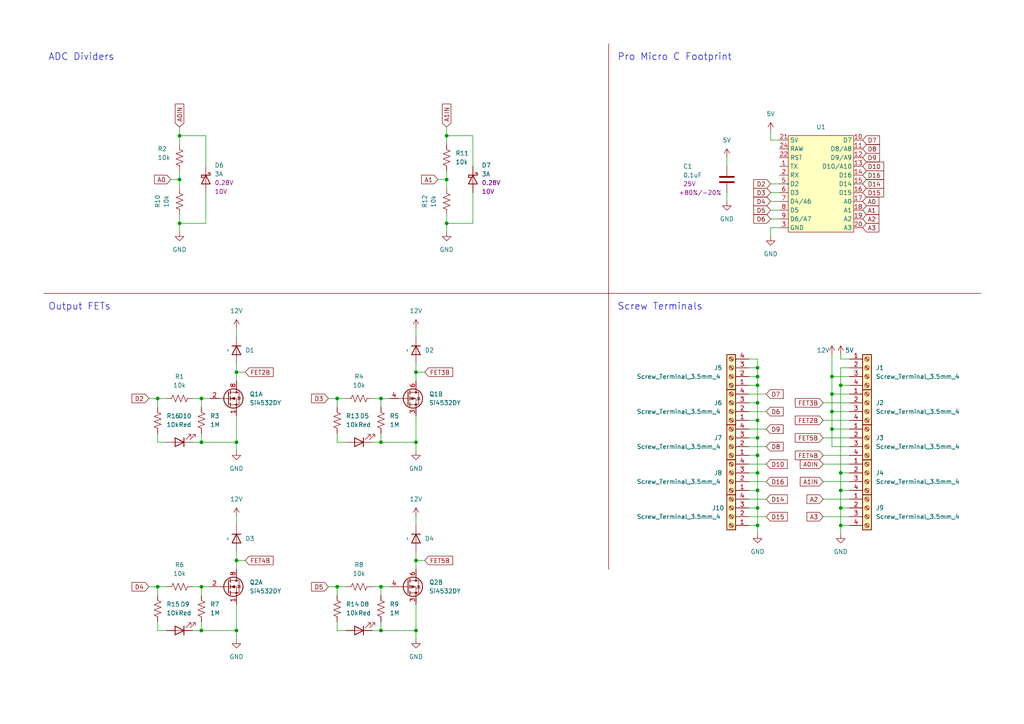
<source format=kicad_sch>
(kicad_sch (version 20230121) (generator eeschema)
  (paper "A4")
  (lib_symbols
    (symbol "SparkFun-Board:ProMicroC"
      (property "Reference" "U" (at 1.27 0 0))
      (symbol "ProMicroC_1_1"
        (rectangle (start 0 -1.27) (end 19.05 -29.21) (fill (type background)))
        (pin input line (at -2.54 -10.16 0) (length 2.54) (name "TX") (number "1"))
        (pin input line (at 21.59 -2.54 180) (length 2.54) (name "D7") (number "10"))
        (pin input line (at 21.59 -5.08 180) (length 2.54) (name "D8/A8") (number "11"))
        (pin input line (at 21.59 -7.62 180) (length 2.54) (name "D9/A9") (number "12"))
        (pin input line (at 21.59 -10.16 180) (length 2.54) (name "D10/A10") (number "13"))
        (pin input line (at 21.59 -12.7 180) (length 2.54) (name "D16") (number "14"))
        (pin input line (at 21.59 -15.24 180) (length 2.54) (name "D14") (number "15"))
        (pin input line (at 21.59 -17.78 180) (length 2.54) (name "D15") (number "16"))
        (pin input line (at 21.59 -20.32 180) (length 2.54) (name "A0") (number "17"))
        (pin input line (at 21.59 -22.86 180) (length 2.54) (name "A1") (number "18"))
        (pin input line (at 21.59 -25.4 180) (length 2.54) (name "A2") (number "19"))
        (pin input line (at -2.54 -12.7 0) (length 2.54) (name "RX") (number "2"))
        (pin input line (at 21.59 -27.94 180) (length 2.54) (name "A3") (number "20"))
        (pin input line (at -2.54 -2.54 0) (length 2.54) (name "5V") (number "21"))
        (pin input line (at -2.54 -7.62 0) (length 2.54) (name "RST") (number "22"))
        (pin input line (at -2.54 -27.94 0) (length 2.54) hide (name "GND") (number "23"))
        (pin input line (at -2.54 -5.08 0) (length 2.54) (name "RAW") (number "24"))
        (pin input line (at -2.54 -27.94 0) (length 2.54) (name "GND") (number "3"))
        (pin input line (at -2.54 -27.94 0) (length 2.54) hide (name "GND") (number "4"))
        (pin input line (at -2.54 -15.24 0) (length 2.54) (name "D2") (number "5"))
        (pin input line (at -2.54 -17.78 0) (length 2.54) (name "D3") (number "6"))
        (pin input line (at -2.54 -20.32 0) (length 2.54) (name "D4/A6") (number "7"))
        (pin input line (at -2.54 -22.86 0) (length 2.54) (name "D5") (number "8"))
        (pin input line (at -2.54 -25.4 0) (length 2.54) (name "D6/A7") (number "9"))
      )
    )
    (symbol "SparkFun-Capacitor:0.1uF_0603_25V_20%" (pin_numbers hide) (pin_names (offset 0.254))
      (property "Reference" "C" (at 0.635 2.54 0))
      (property "Value" "0.1uF" (at 0.635 -2.54 0))
      (property "Voltage" "25V" (at 0 -6.35 0))
      (property "Tolerance" "+80%/-20%" (at 0 -8.89 0))
      (symbol "0.1uF_0603_25V_20%_0_1"
        (polyline (pts (xy -2.032 -0.762) (xy 2.032 -0.762)) (stroke (width 0.508)))
        (polyline (pts (xy -2.032 0.762) (xy 2.032 0.762)) (stroke (width 0.508)))
      )
      (symbol "0.1uF_0603_25V_20%_1_1"
        (pin passive line (at 0 3.81 270) (length 2.794) (name "~") (number "1"))
        (pin passive line (at 0 -3.81 90) (length 2.794) (name "~") (number "2"))
      )
    )
    (symbol "SparkFun-Connector:Screw_Terminal_3.5mm_4" (pin_names (offset 1.016) hide)
      (property "Reference" "J" (at 0 5.08 0))
      (property "Value" "Screw_Terminal_3.5mm_4" (at 0 -7.62 0))
      (symbol "Screw_Terminal_3.5mm_4_1_1"
        (rectangle (start -1.27 3.81) (end 1.27 -6.35) (stroke (width 0.254)) (fill (type background)))
        (circle (center 0 -5.08) (radius 0.635) (stroke (width 0.1524)))
        (circle (center 0 -2.54) (radius 0.635) (stroke (width 0.1524)))
        (polyline (pts (xy -0.5334 -4.7498) (xy 0.3302 -5.588)) (stroke (width 0.1524)))
        (polyline (pts (xy -0.5334 -2.2098) (xy 0.3302 -3.048)) (stroke (width 0.1524)))
        (polyline (pts (xy -0.5334 0.3302) (xy 0.3302 -0.508)) (stroke (width 0.1524)))
        (polyline (pts (xy -0.5334 2.8702) (xy 0.3302 2.032)) (stroke (width 0.1524)))
        (polyline (pts (xy -0.3556 -4.572) (xy 0.508 -5.4102)) (stroke (width 0.1524)))
        (polyline (pts (xy -0.3556 -2.032) (xy 0.508 -2.8702)) (stroke (width 0.1524)))
        (polyline (pts (xy -0.3556 0.508) (xy 0.508 -0.3302)) (stroke (width 0.1524)))
        (polyline (pts (xy -0.3556 3.048) (xy 0.508 2.2098)) (stroke (width 0.1524)))
        (circle (center 0 0) (radius 0.635) (stroke (width 0.1524)))
        (circle (center 0 2.54) (radius 0.635) (stroke (width 0.1524)))
        (pin passive line (at -5.08 2.54 0) (length 3.81) (name "Pin_1") (number "1"))
        (pin passive line (at -5.08 0 0) (length 3.81) (name "Pin_2") (number "2"))
        (pin passive line (at -5.08 -2.54 0) (length 3.81) (name "Pin_3") (number "3"))
        (pin passive line (at -5.08 -5.08 0) (length 3.81) (name "Pin_4") (number "4"))
      )
    )
    (symbol "SparkFun-DiscreteSemi:D" (pin_numbers hide) (pin_names (offset 1.016) hide)
      (property "Reference" "D" (at 0 2.54 0))
      (symbol "D_0_1"
        (polyline (pts (xy -1.27 1.27) (xy -1.27 -1.27)) (stroke (width 0.254)))
        (polyline (pts (xy 1.27 0) (xy -1.27 0)))
        (polyline (pts (xy 1.27 1.27) (xy 1.27 -1.27) (xy -1.27 0) (xy 1.27 1.27)) (stroke (width 0.254)))
      )
      (symbol "D_1_1"
        (pin passive line (at 3.81 0 180) (length 2.54) (name "A") (number "A"))
        (pin passive line (at -3.81 0 0) (length 2.54) (name "C") (number "C"))
      )
    )
    (symbol "SparkFun-DiscreteSemi:D_Schottky_3A_10V_0.28V" (pin_numbers hide) (pin_names (offset 1.016) hide)
      (property "Reference" "D" (at 0 2.54 0))
      (property "Value" "3A" (at 0 -2.54 0))
      (property "VDrop" "0.28V" (at 0 -7.62 0))
      (property "VMax" "10V" (at 0 -5.08 0))
      (symbol "D_Schottky_3A_10V_0.28V_0_1"
        (polyline (pts (xy 1.27 0) (xy -1.27 0)))
        (polyline (pts (xy 1.27 1.27) (xy 1.27 -1.27) (xy -1.27 0) (xy 1.27 1.27)) (stroke (width 0.254)))
        (polyline (pts (xy -1.905 0.635) (xy -1.905 1.27) (xy -1.27 1.27) (xy -1.27 -1.27) (xy -0.635 -1.27) (xy -0.635 -0.635)) (stroke (width 0.254)))
      )
      (symbol "D_Schottky_3A_10V_0.28V_1_1"
        (pin passive line (at 3.81 0 180) (length 2.54) (name "A") (number "A"))
        (pin passive line (at -3.81 0 0) (length 2.54) (name "C") (number "C"))
      )
    )
    (symbol "SparkFun-LED:LED_Red_0603" (pin_numbers hide) (pin_names (offset 1.016) hide)
      (property "Reference" "D" (at 0 2.54 0))
      (property "Value" "Red" (at 0 -2.54 0))
      (symbol "LED_Red_0603_0_1"
        (polyline (pts (xy -1.27 -1.27) (xy -1.27 1.27)) (stroke (width 0.254)))
        (polyline (pts (xy -1.27 0) (xy 1.27 0)))
        (polyline (pts (xy 1.27 -1.27) (xy 1.27 1.27) (xy -1.27 0) (xy 1.27 -1.27)) (stroke (width 0.254)))
        (polyline (pts (xy -3.048 -0.762) (xy -4.572 -2.286) (xy -3.81 -2.286) (xy -4.572 -2.286) (xy -4.572 -1.524)))
        (polyline (pts (xy -1.778 -0.762) (xy -3.302 -2.286) (xy -2.54 -2.286) (xy -3.302 -2.286) (xy -3.302 -1.524)))
      )
      (symbol "LED_Red_0603_1_1"
        (pin passive line (at -3.81 0 0) (length 2.54) (name "K") (number "1"))
        (pin passive line (at 3.81 0 180) (length 2.54) (name "A") (number "2"))
      )
    )
    (symbol "SparkFun-PowerSymbol:12V" (power) (pin_names (offset 0))
      (property "Value" "12V" (at 0 3.556 0))
      (symbol "12V_0_1"
        (polyline (pts (xy -0.762 1.27) (xy 0 2.54)))
        (polyline (pts (xy 0 0) (xy 0 2.54)))
        (polyline (pts (xy 0 2.54) (xy 0.762 1.27)))
      )
      (symbol "12V_1_1"
        (pin power_in line (at 0 0 90) (length 0) hide (name "12V") (number "1"))
      )
    )
    (symbol "SparkFun-PowerSymbol:5V" (power) (pin_names (offset 0))
      (property "Value" "5V" (at 0 3.556 0))
      (symbol "5V_0_1"
        (polyline (pts (xy -0.762 1.27) (xy 0 2.54)))
        (polyline (pts (xy 0 0) (xy 0 2.54)))
        (polyline (pts (xy 0 2.54) (xy 0.762 1.27)))
      )
      (symbol "5V_1_1"
        (pin power_in line (at 0 0 90) (length 0) hide (name "5V") (number "1"))
      )
    )
    (symbol "SparkFun-PowerSymbol:GND" (power) (pin_names (offset 0))
      (property "Value" "GND" (at 0 -3.81 0))
      (symbol "GND_0_1"
        (polyline (pts (xy 0 0) (xy 0 -1.27) (xy 1.27 -1.27) (xy 0 -2.54) (xy -1.27 -1.27) (xy 0 -1.27)))
      )
      (symbol "GND_1_1"
        (pin power_in line (at 0 0 270) (length 0) hide (name "GND") (number "1"))
      )
    )
    (symbol "SparkFun-Resistor:10k_0603" (pin_numbers hide) (pin_names (offset 0))
      (property "Reference" "R" (at 2.54 0 90))
      (property "Value" "10k" (at -2.54 0 90))
      (symbol "10k_0603_0_1"
        (polyline (pts (xy 0 -2.286) (xy 0 -2.54)))
        (polyline (pts (xy 0 2.286) (xy 0 2.54)))
        (polyline (pts (xy 0 -0.762) (xy 1.016 -1.143) (xy 0 -1.524) (xy -1.016 -1.905) (xy 0 -2.286)))
        (polyline (pts (xy 0 0.762) (xy 1.016 0.381) (xy 0 0) (xy -1.016 -0.381) (xy 0 -0.762)))
        (polyline (pts (xy 0 2.286) (xy 1.016 1.905) (xy 0 1.524) (xy -1.016 1.143) (xy 0 0.762)))
      )
      (symbol "10k_0603_1_1"
        (pin passive line (at 0 3.81 270) (length 1.27) (name "~") (number "1"))
        (pin passive line (at 0 -3.81 90) (length 1.27) (name "~") (number "2"))
      )
    )
    (symbol "SparkFun-Resistor:1M_0603" (pin_numbers hide) (pin_names (offset 0))
      (property "Reference" "R" (at 0 -2.54 0))
      (property "Value" "1M" (at 0 2.54 0))
      (symbol "1M_0603_0_1"
        (polyline (pts (xy -2.286 0) (xy -2.54 0)))
        (polyline (pts (xy 2.286 0) (xy 2.54 0)))
        (polyline (pts (xy -0.762 0) (xy -1.143 -1.016) (xy -1.524 0) (xy -1.905 1.016) (xy -2.286 0)))
        (polyline (pts (xy 0.762 0) (xy 0.381 -1.016) (xy 0 0) (xy -0.381 1.016) (xy -0.762 0)))
        (polyline (pts (xy 2.286 0) (xy 1.905 -1.016) (xy 1.524 0) (xy 1.143 1.016) (xy 0.762 0)))
      )
      (symbol "1M_0603_1_1"
        (pin passive line (at 3.81 0 180) (length 1.27) (name "~") (number "1"))
        (pin passive line (at -3.81 0 0) (length 1.27) (name "~") (number "2"))
      )
    )
    (symbol "Transistor_FET:Si4532DY" (pin_names hide)
      (property "Reference" "Q" (at 5.08 1.905 0))
      (property "Value" "Si4532DY" (at 5.08 0 0))
      (symbol "Si4532DY_0_1"
        (polyline (pts (xy 0.254 0) (xy -2.54 0)))
        (polyline (pts (xy 0.254 1.905) (xy 0.254 -1.905)) (stroke (width 0.254)))
        (polyline (pts (xy 0.762 -1.27) (xy 0.762 -2.286)) (stroke (width 0.254)))
        (polyline (pts (xy 0.762 0.508) (xy 0.762 -0.508)) (stroke (width 0.254)))
        (polyline (pts (xy 0.762 2.286) (xy 0.762 1.27)) (stroke (width 0.254)))
        (polyline (pts (xy 2.54 2.54) (xy 2.54 1.778)))
        (polyline (pts (xy 2.54 -2.54) (xy 2.54 0) (xy 0.762 0)))
        (polyline (pts (xy 0.762 -1.778) (xy 3.302 -1.778) (xy 3.302 1.778) (xy 0.762 1.778)))
        (circle (center 1.651 0) (radius 2.794) (stroke (width 0.254)))
        (circle (center 2.54 -1.778) (radius 0.254) (fill (type outline)))
        (circle (center 2.54 1.778) (radius 0.254) (fill (type outline)))
      )
      (symbol "Si4532DY_1_1"
        (polyline (pts (xy 1.016 0) (xy 2.032 0.381) (xy 2.032 -0.381) (xy 1.016 0)) (fill (type outline)))
        (polyline (pts (xy 2.794 0.508) (xy 2.921 0.381) (xy 3.683 0.381) (xy 3.81 0.254)))
        (polyline (pts (xy 3.302 0.381) (xy 2.921 -0.254) (xy 3.683 -0.254) (xy 3.302 0.381)))
        (pin passive line (at 2.54 -5.08 90) (length 2.54) (name "S") (number "1"))
        (pin input line (at -5.08 0 0) (length 2.54) (name "G") (number "2"))
        (pin passive line (at 2.54 5.08 270) (length 2.54) hide (name "D") (number "7"))
        (pin passive line (at 2.54 5.08 270) (length 2.54) (name "D") (number "8"))
      )
      (symbol "Si4532DY_2_1"
        (polyline (pts (xy 2.286 0) (xy 1.27 0.381) (xy 1.27 -0.381) (xy 2.286 0)) (fill (type outline)))
        (polyline (pts (xy 2.794 -0.508) (xy 2.921 -0.381) (xy 3.683 -0.381) (xy 3.81 -0.254)))
        (polyline (pts (xy 3.302 -0.381) (xy 2.921 0.254) (xy 3.683 0.254) (xy 3.302 -0.381)))
        (pin passive line (at 2.54 -5.08 90) (length 2.54) (name "1") (number "3"))
        (pin input line (at -5.08 0 0) (length 2.54) (name "G") (number "4"))
        (pin passive line (at 2.54 5.08 270) (length 2.54) hide (name "D") (number "5"))
        (pin passive line (at 2.54 5.08 270) (length 2.54) (name "D") (number "6"))
      )
    )
  )
  (junction (at 110.49 115.57))
  (junction (at 219.71 111.76))
  (junction (at 219.71 132.08))
  (junction (at 219.71 147.32))
  (junction (at 97.79 170.18))
  (junction (at 219.71 116.84))
  (junction (at 120.65 182.88))
  (junction (at 219.71 127))
  (junction (at 110.49 128.27))
  (junction (at 120.65 107.95))
  (junction (at 52.07 64.77))
  (junction (at 58.42 170.18))
  (junction (at 97.79 115.57))
  (junction (at 68.58 162.56))
  (junction (at 58.42 128.27))
  (junction (at 243.84 137.16))
  (junction (at 110.49 182.88))
  (junction (at 129.54 52.07))
  (junction (at 219.71 109.22))
  (junction (at 68.58 128.27))
  (junction (at 120.65 162.56))
  (junction (at 219.71 152.4))
  (junction (at 241.3 119.38))
  (junction (at 219.71 142.24))
  (junction (at 241.3 114.3))
  (junction (at 45.72 115.57))
  (junction (at 219.71 106.68))
  (junction (at 219.71 137.16))
  (junction (at 52.07 52.07))
  (junction (at 243.84 152.4))
  (junction (at 243.84 142.24))
  (junction (at 241.3 124.46))
  (junction (at 120.65 128.27))
  (junction (at 52.07 39.37))
  (junction (at 241.3 109.22))
  (junction (at 243.84 111.76))
  (junction (at 219.71 121.92))
  (junction (at 45.72 170.18))
  (junction (at 58.42 115.57))
  (junction (at 68.58 107.95))
  (junction (at 243.84 147.32))
  (junction (at 68.58 182.88))
  (junction (at 58.42 182.88))
  (junction (at 129.54 39.37))
  (junction (at 110.49 170.18))
  (junction (at 129.54 64.77))
  (wire (pts (xy 110.49 182.88) (xy 110.49 180.34)))
  (wire (pts (xy 243.84 147.32) (xy 243.84 152.4)))
  (wire (pts (xy 52.07 64.77) (xy 59.69 64.77)))
  (wire (pts (xy 246.38 109.22) (xy 241.3 109.22)))
  (wire (pts (xy 107.95 115.57) (xy 110.49 115.57)))
  (wire (pts (xy 217.17 124.46) (xy 222.25 124.46)))
  (wire (pts (xy 45.72 170.18) (xy 45.72 172.72)))
  (wire (pts (xy 129.54 39.37) (xy 129.54 41.91)))
  (wire (pts (xy 223.52 40.64) (xy 226.06 40.64)))
  (wire (pts (xy 129.54 39.37) (xy 137.16 39.37)))
  (wire (pts (xy 219.71 121.92) (xy 219.71 127)))
  (wire (pts (xy 68.58 182.88) (xy 68.58 185.42)))
  (wire (pts (xy 110.49 115.57) (xy 110.49 118.11)))
  (wire (pts (xy 68.58 149.86) (xy 68.58 152.4)))
  (wire (pts (xy 68.58 182.88) (xy 58.42 182.88)))
  (wire (pts (xy 68.58 107.95) (xy 68.58 110.49)))
  (wire (pts (xy 45.72 170.18) (xy 48.26 170.18)))
  (wire (pts (xy 219.71 116.84) (xy 219.71 121.92)))
  (wire (pts (xy 97.79 125.73) (xy 97.79 128.27)))
  (wire (pts (xy 223.52 63.5) (xy 226.06 63.5)))
  (wire (pts (xy 219.71 142.24) (xy 219.71 147.32)))
  (wire (pts (xy 210.82 45.72) (xy 210.82 48.26)))
  (wire (pts (xy 219.71 109.22) (xy 219.71 111.76)))
  (wire (pts (xy 243.84 102.87) (xy 243.84 104.14)))
  (wire (pts (xy 241.3 102.87) (xy 241.3 109.22)))
  (wire (pts (xy 58.42 182.88) (xy 58.42 180.34)))
  (wire (pts (xy 45.72 182.88) (xy 48.26 182.88)))
  (wire (pts (xy 219.71 106.68) (xy 219.71 109.22)))
  (wire (pts (xy 68.58 160.02) (xy 68.58 162.56)))
  (wire (pts (xy 238.76 116.84) (xy 246.38 116.84)))
  (wire (pts (xy 52.07 39.37) (xy 52.07 41.91)))
  (wire (pts (xy 241.3 124.46) (xy 246.38 124.46)))
  (wire (pts (xy 97.79 180.34) (xy 97.79 182.88)))
  (wire (pts (xy 97.79 115.57) (xy 97.79 118.11)))
  (wire (pts (xy 219.71 127) (xy 219.71 132.08)))
  (wire (pts (xy 223.52 53.34) (xy 226.06 53.34)))
  (wire (pts (xy 58.42 115.57) (xy 58.42 118.11)))
  (wire (pts (xy 68.58 95.25) (xy 68.58 97.79)))
  (wire (pts (xy 55.88 170.18) (xy 58.42 170.18)))
  (wire (pts (xy 110.49 128.27) (xy 120.65 128.27)))
  (wire (pts (xy 107.95 170.18) (xy 110.49 170.18)))
  (wire (pts (xy 243.84 137.16) (xy 246.38 137.16)))
  (wire (pts (xy 241.3 129.54) (xy 246.38 129.54)))
  (wire (pts (xy 217.17 139.7) (xy 222.25 139.7)))
  (wire (pts (xy 68.58 162.56) (xy 71.12 162.56)))
  (wire (pts (xy 246.38 104.14) (xy 243.84 104.14)))
  (wire (pts (xy 243.84 106.68) (xy 243.84 111.76)))
  (wire (pts (xy 243.84 147.32) (xy 246.38 147.32)))
  (wire (pts (xy 243.84 111.76) (xy 243.84 137.16)))
  (wire (pts (xy 45.72 115.57) (xy 48.26 115.57)))
  (wire (pts (xy 43.18 115.57) (xy 45.72 115.57)))
  (wire (pts (xy 110.49 128.27) (xy 110.49 125.73)))
  (wire (pts (xy 219.71 137.16) (xy 219.71 142.24)))
  (wire (pts (xy 217.17 134.62) (xy 222.25 134.62)))
  (wire (pts (xy 129.54 64.77) (xy 129.54 67.31)))
  (wire (pts (xy 243.84 111.76) (xy 246.38 111.76)))
  (wire (pts (xy 238.76 139.7) (xy 246.38 139.7)))
  (wire (pts (xy 217.17 106.68) (xy 219.71 106.68)))
  (wire (pts (xy 113.03 115.57) (xy 110.49 115.57)))
  (wire (pts (xy 217.17 142.24) (xy 219.71 142.24)))
  (wire (pts (xy 120.65 162.56) (xy 120.65 165.1)))
  (wire (pts (xy 238.76 149.86) (xy 246.38 149.86)))
  (wire (pts (xy 129.54 49.53) (xy 129.54 52.07)))
  (wire (pts (xy 58.42 170.18) (xy 58.42 172.72)))
  (wire (pts (xy 58.42 128.27) (xy 58.42 125.73)))
  (wire (pts (xy 120.65 95.25) (xy 120.65 97.79)))
  (wire (pts (xy 210.82 55.88) (xy 210.82 58.42)))
  (wire (pts (xy 120.65 128.27) (xy 120.65 120.65)))
  (wire (pts (xy 238.76 121.92) (xy 246.38 121.92)))
  (wire (pts (xy 217.17 109.22) (xy 219.71 109.22)))
  (wire (pts (xy 68.58 105.41) (xy 68.58 107.95)))
  (wire (pts (xy 129.54 62.23) (xy 129.54 64.77)))
  (wire (pts (xy 68.58 120.65) (xy 68.58 128.27)))
  (polyline (pts (xy 176.53 12.7) (xy 176.53 165.1)) (stroke (width 0) (color 114 0 0 1)))
  (wire (pts (xy 68.58 175.26) (xy 68.58 182.88)))
  (wire (pts (xy 217.17 132.08) (xy 219.71 132.08)))
  (wire (pts (xy 241.3 109.22) (xy 241.3 114.3)))
  (wire (pts (xy 52.07 62.23) (xy 52.07 64.77)))
  (wire (pts (xy 52.07 39.37) (xy 59.69 39.37)))
  (wire (pts (xy 223.52 60.96) (xy 226.06 60.96)))
  (wire (pts (xy 129.54 52.07) (xy 129.54 54.61)))
  (wire (pts (xy 219.71 104.14) (xy 219.71 106.68)))
  (wire (pts (xy 110.49 170.18) (xy 110.49 172.72)))
  (wire (pts (xy 45.72 180.34) (xy 45.72 182.88)))
  (wire (pts (xy 241.3 114.3) (xy 246.38 114.3)))
  (wire (pts (xy 120.65 182.88) (xy 120.65 185.42)))
  (wire (pts (xy 223.52 66.04) (xy 226.06 66.04)))
  (wire (pts (xy 59.69 39.37) (xy 59.69 48.26)))
  (wire (pts (xy 217.17 104.14) (xy 219.71 104.14)))
  (wire (pts (xy 95.25 170.18) (xy 97.79 170.18)))
  (wire (pts (xy 241.3 114.3) (xy 241.3 119.38)))
  (wire (pts (xy 219.71 132.08) (xy 219.71 137.16)))
  (wire (pts (xy 238.76 134.62) (xy 246.38 134.62)))
  (wire (pts (xy 52.07 64.77) (xy 52.07 67.31)))
  (wire (pts (xy 241.3 119.38) (xy 246.38 119.38)))
  (wire (pts (xy 223.52 55.88) (xy 226.06 55.88)))
  (wire (pts (xy 223.52 66.04) (xy 223.52 68.58)))
  (wire (pts (xy 97.79 170.18) (xy 100.33 170.18)))
  (wire (pts (xy 55.88 182.88) (xy 58.42 182.88)))
  (wire (pts (xy 113.03 170.18) (xy 110.49 170.18)))
  (wire (pts (xy 217.17 121.92) (xy 219.71 121.92)))
  (wire (pts (xy 243.84 142.24) (xy 243.84 147.32)))
  (wire (pts (xy 49.53 52.07) (xy 52.07 52.07)))
  (wire (pts (xy 241.3 119.38) (xy 241.3 124.46)))
  (wire (pts (xy 120.65 107.95) (xy 120.65 110.49)))
  (wire (pts (xy 217.17 152.4) (xy 219.71 152.4)))
  (wire (pts (xy 68.58 128.27) (xy 68.58 130.81)))
  (wire (pts (xy 243.84 142.24) (xy 246.38 142.24)))
  (wire (pts (xy 243.84 152.4) (xy 243.84 154.94)))
  (wire (pts (xy 217.17 119.38) (xy 222.25 119.38)))
  (wire (pts (xy 137.16 64.77) (xy 137.16 55.88)))
  (wire (pts (xy 55.88 115.57) (xy 58.42 115.57)))
  (wire (pts (xy 97.79 115.57) (xy 100.33 115.57)))
  (wire (pts (xy 52.07 36.83) (xy 52.07 39.37)))
  (wire (pts (xy 120.65 162.56) (xy 123.19 162.56)))
  (wire (pts (xy 120.65 128.27) (xy 120.65 130.81)))
  (wire (pts (xy 120.65 107.95) (xy 123.19 107.95)))
  (wire (pts (xy 59.69 64.77) (xy 59.69 55.88)))
  (wire (pts (xy 223.52 38.1) (xy 223.52 40.64)))
  (wire (pts (xy 217.17 127) (xy 219.71 127)))
  (wire (pts (xy 246.38 106.68) (xy 243.84 106.68)))
  (wire (pts (xy 217.17 149.86) (xy 222.25 149.86)))
  (wire (pts (xy 68.58 162.56) (xy 68.58 165.1)))
  (wire (pts (xy 55.88 128.27) (xy 58.42 128.27)))
  (wire (pts (xy 219.71 152.4) (xy 219.71 154.94)))
  (wire (pts (xy 43.18 170.18) (xy 45.72 170.18)))
  (wire (pts (xy 95.25 115.57) (xy 97.79 115.57)))
  (wire (pts (xy 238.76 127) (xy 246.38 127)))
  (wire (pts (xy 45.72 128.27) (xy 48.26 128.27)))
  (polyline (pts (xy 12.7 85.09) (xy 284.48 85.09)) (stroke (width 0) (color 114 0 0 1)))
  (wire (pts (xy 52.07 49.53) (xy 52.07 52.07)))
  (wire (pts (xy 129.54 64.77) (xy 137.16 64.77)))
  (wire (pts (xy 60.96 170.18) (xy 58.42 170.18)))
  (wire (pts (xy 107.95 128.27) (xy 110.49 128.27)))
  (wire (pts (xy 217.17 147.32) (xy 219.71 147.32)))
  (wire (pts (xy 217.17 129.54) (xy 222.25 129.54)))
  (wire (pts (xy 217.17 137.16) (xy 219.71 137.16)))
  (wire (pts (xy 217.17 144.78) (xy 222.25 144.78)))
  (wire (pts (xy 238.76 144.78) (xy 246.38 144.78)))
  (wire (pts (xy 243.84 152.4) (xy 246.38 152.4)))
  (wire (pts (xy 45.72 125.73) (xy 45.72 128.27)))
  (wire (pts (xy 241.3 124.46) (xy 241.3 129.54)))
  (wire (pts (xy 217.17 116.84) (xy 219.71 116.84)))
  (wire (pts (xy 137.16 39.37) (xy 137.16 48.26)))
  (wire (pts (xy 217.17 114.3) (xy 222.25 114.3)))
  (wire (pts (xy 110.49 182.88) (xy 120.65 182.88)))
  (wire (pts (xy 238.76 132.08) (xy 246.38 132.08)))
  (wire (pts (xy 129.54 36.83) (xy 129.54 39.37)))
  (wire (pts (xy 97.79 182.88) (xy 100.33 182.88)))
  (wire (pts (xy 223.52 58.42) (xy 226.06 58.42)))
  (wire (pts (xy 217.17 111.76) (xy 219.71 111.76)))
  (wire (pts (xy 120.65 182.88) (xy 120.65 175.26)))
  (wire (pts (xy 97.79 170.18) (xy 97.79 172.72)))
  (wire (pts (xy 52.07 52.07) (xy 52.07 54.61)))
  (wire (pts (xy 68.58 107.95) (xy 71.12 107.95)))
  (wire (pts (xy 127 52.07) (xy 129.54 52.07)))
  (wire (pts (xy 120.65 105.41) (xy 120.65 107.95)))
  (wire (pts (xy 107.95 182.88) (xy 110.49 182.88)))
  (wire (pts (xy 97.79 128.27) (xy 100.33 128.27)))
  (wire (pts (xy 243.84 137.16) (xy 243.84 142.24)))
  (wire (pts (xy 219.71 111.76) (xy 219.71 116.84)))
  (wire (pts (xy 219.71 147.32) (xy 219.71 152.4)))
  (wire (pts (xy 120.65 149.86) (xy 120.65 152.4)))
  (wire (pts (xy 45.72 115.57) (xy 45.72 118.11)))
  (wire (pts (xy 60.96 115.57) (xy 58.42 115.57)))
  (wire (pts (xy 120.65 160.02) (xy 120.65 162.56)))
  (wire (pts (xy 68.58 128.27) (xy 58.42 128.27)))
  (text "Pro Micro C Footprint" (at 179.07 17.78 0) (effects (font (size 2 2)) (justify left bottom)))
  (text "ADC Dividers" (at 13.97 17.78 0) (effects (font (size 2 2)) (justify left bottom)))
  (text "Screw Terminals\n" (at 179.07 90.17 0) (effects (font (size 2 2)) (justify left bottom)))
  (text "Output FETs" (at 13.97 90.17 0) (effects (font (size 2 2)) (justify left bottom)))
  (global_label "A0IN" (shape input) (at 238.76 134.62 180) (property "Intersheetrefs" "${INTERSHEET_REFS}" (effects hide)))
  (global_label "D3" (shape input) (at 223.52 55.88 180) (property "Intersheetrefs" "${INTERSHEET_REFS}" (effects hide)))
  (global_label "D5" (shape input) (at 223.52 60.96 180) (property "Intersheetrefs" "${INTERSHEET_REFS}" (effects hide)))
  (global_label "D6" (shape input) (at 222.25 119.38 0) (property "Intersheetrefs" "${INTERSHEET_REFS}" (effects hide)))
  (global_label "FET5B" (shape input) (at 238.76 127 180) (property "Intersheetrefs" "${INTERSHEET_REFS}" (effects hide)))
  (global_label "D4" (shape input) (at 223.52 58.42 180) (property "Intersheetrefs" "${INTERSHEET_REFS}" (effects hide)))
  (global_label "A2" (shape input) (at 250.19 63.5 0) (property "Intersheetrefs" "${INTERSHEET_REFS}" (effects hide)))
  (global_label "A1IN" (shape input) (at 238.76 139.7 180) (property "Intersheetrefs" "${INTERSHEET_REFS}" (effects hide)))
  (global_label "A1IN" (shape input) (at 129.54 36.83 90) (property "Intersheetrefs" "${INTERSHEET_REFS}" (effects hide)))
  (global_label "A0IN" (shape input) (at 52.07 36.83 90) (property "Intersheetrefs" "${INTERSHEET_REFS}" (effects hide)))
  (global_label "D8" (shape input) (at 250.19 43.18 0) (property "Intersheetrefs" "${INTERSHEET_REFS}" (effects hide)))
  (global_label "FET5B" (shape input) (at 123.19 162.56 0) (property "Intersheetrefs" "${INTERSHEET_REFS}" (effects hide)))
  (global_label "D15" (shape input) (at 250.19 55.88 0) (property "Intersheetrefs" "${INTERSHEET_REFS}" (effects hide)))
  (global_label "D6" (shape input) (at 223.52 63.5 180) (property "Intersheetrefs" "${INTERSHEET_REFS}" (effects hide)))
  (global_label "A0" (shape input) (at 250.19 58.42 0) (property "Intersheetrefs" "${INTERSHEET_REFS}" (effects hide)))
  (global_label "D10" (shape input) (at 222.25 134.62 0) (property "Intersheetrefs" "${INTERSHEET_REFS}" (effects hide)))
  (global_label "A0" (shape input) (at 49.53 52.07 180) (property "Intersheetrefs" "${INTERSHEET_REFS}" (effects hide)))
  (global_label "FET2B" (shape input) (at 71.12 107.95 0) (property "Intersheetrefs" "${INTERSHEET_REFS}" (effects hide)))
  (global_label "A3" (shape input) (at 238.76 149.86 180) (property "Intersheetrefs" "${INTERSHEET_REFS}" (effects hide)))
  (global_label "D7" (shape input) (at 250.19 40.64 0) (property "Intersheetrefs" "${INTERSHEET_REFS}" (effects hide)))
  (global_label "D7" (shape input) (at 222.25 114.3 0) (property "Intersheetrefs" "${INTERSHEET_REFS}" (effects hide)))
  (global_label "D15" (shape input) (at 222.25 149.86 0) (property "Intersheetrefs" "${INTERSHEET_REFS}" (effects hide)))
  (global_label "FET3B" (shape input) (at 123.19 107.95 0) (property "Intersheetrefs" "${INTERSHEET_REFS}" (effects hide)))
  (global_label "D2" (shape input) (at 43.18 115.57 180) (property "Intersheetrefs" "${INTERSHEET_REFS}" (effects hide)))
  (global_label "D16" (shape input) (at 250.19 50.8 0) (property "Intersheetrefs" "${INTERSHEET_REFS}" (effects hide)))
  (global_label "D9" (shape input) (at 250.19 45.72 0) (property "Intersheetrefs" "${INTERSHEET_REFS}" (effects hide)))
  (global_label "D8" (shape input) (at 222.25 129.54 0) (property "Intersheetrefs" "${INTERSHEET_REFS}" (effects hide)))
  (global_label "D4" (shape input) (at 43.18 170.18 180) (property "Intersheetrefs" "${INTERSHEET_REFS}" (effects hide)))
  (global_label "D3" (shape input) (at 95.25 115.57 180) (property "Intersheetrefs" "${INTERSHEET_REFS}" (effects hide)))
  (global_label "A1" (shape input) (at 250.19 60.96 0) (property "Intersheetrefs" "${INTERSHEET_REFS}" (effects hide)))
  (global_label "D14" (shape input) (at 222.25 144.78 0) (property "Intersheetrefs" "${INTERSHEET_REFS}" (effects hide)))
  (global_label "FET3B" (shape input) (at 238.76 116.84 180) (property "Intersheetrefs" "${INTERSHEET_REFS}" (effects hide)))
  (global_label "D9" (shape input) (at 222.25 124.46 0) (property "Intersheetrefs" "${INTERSHEET_REFS}" (effects hide)))
  (global_label "A2" (shape input) (at 238.76 144.78 180) (property "Intersheetrefs" "${INTERSHEET_REFS}" (effects hide)))
  (global_label "D5" (shape input) (at 95.25 170.18 180) (property "Intersheetrefs" "${INTERSHEET_REFS}" (effects hide)))
  (global_label "D2" (shape input) (at 223.52 53.34 180) (property "Intersheetrefs" "${INTERSHEET_REFS}" (effects hide)))
  (global_label "A3" (shape input) (at 250.19 66.04 0) (property "Intersheetrefs" "${INTERSHEET_REFS}" (effects hide)))
  (global_label "FET2B" (shape input) (at 238.76 121.92 180) (property "Intersheetrefs" "${INTERSHEET_REFS}" (effects hide)))
  (global_label "FET4B" (shape input) (at 238.76 132.08 180) (property "Intersheetrefs" "${INTERSHEET_REFS}" (effects hide)))
  (global_label "D16" (shape input) (at 222.25 139.7 0) (property "Intersheetrefs" "${INTERSHEET_REFS}" (effects hide)))
  (global_label "FET4B" (shape input) (at 71.12 162.56 0) (property "Intersheetrefs" "${INTERSHEET_REFS}" (effects hide)))
  (global_label "D10" (shape input) (at 250.19 48.26 0) (property "Intersheetrefs" "${INTERSHEET_REFS}" (effects hide)))
  (global_label "A1" (shape input) (at 127 52.07 180) (property "Intersheetrefs" "${INTERSHEET_REFS}" (effects hide)))
  (global_label "D14" (shape input) (at 250.19 53.34 0) (property "Intersheetrefs" "${INTERSHEET_REFS}" (effects hide)))
  (symbol (lib_id "SparkFun-PowerSymbol:GND") (at 223.52 68.58 0) (unit 1)
    (property "Reference" "#PWR02" (effects hide))
    (property "Value" "GND" (at 223.52 73.66 0))
  )
  (symbol (lib_id "SparkFun-DiscreteSemi:D") (at 120.65 101.6 270) (unit 1)
    (property "Reference" "D2" (at 123.19 101.6 90) (effects (justify left)))
    (property "Value" "~" (at 118.11 101.6 0))
    (property "Footprint" "SparkFun-Semiconductor-Standard:SOD-323" (effects hide))
  )
  (symbol (lib_id "SparkFun-Connector:Screw_Terminal_3.5mm_4") (at 212.09 139.7 180) (unit 1)
    (property "Reference" "J8" (at 208.28 137.16 0))
    (property "Value" "Screw_Terminal_3.5mm_4" (at 196.85 139.7 0))
    (property "Footprint" "SparkFun-Connector:SCREWTERMINAL-3.5MM-4" (effects hide))
  )
  (symbol (lib_id "SparkFun-Resistor:10k_0603") (at 52.07 115.57 90) (unit 1)
    (property "Reference" "R1" (at 52.07 109.22 90))
    (property "Value" "10k" (at 52.07 111.76 90))
    (property "Footprint" "SparkFun-Resistor:R_0603_1608Metric" (effects hide))
    (property "Datasheet" "https://www.vishay.com/docs/20035/dcrcwe3.pdf" (effects hide))
    (property "PROD_ID" "RES-00824" (effects hide))
  )
  (symbol (lib_id "SparkFun-Resistor:10k_0603") (at 129.54 45.72 180) (unit 1)
    (property "Reference" "R11" (at 132.08 44.45 0) (effects (justify right)))
    (property "Value" "10k" (at 132.08 46.99 0) (effects (justify right)))
    (property "Footprint" "SparkFun-Resistor:R_0603_1608Metric" (effects hide))
    (property "Datasheet" "https://www.vishay.com/docs/20035/dcrcwe3.pdf" (effects hide))
    (property "PROD_ID" "RES-00824" (effects hide))
  )
  (symbol (lib_id "SparkFun-PowerSymbol:5V") (at 210.82 45.72 0) (unit 1)
    (property "Reference" "#PWR03" (effects hide))
    (property "Value" "5V" (at 210.82 40.64 0))
  )
  (symbol (lib_id "SparkFun-Resistor:10k_0603") (at 52.07 45.72 0) (unit 1)
    (property "Reference" "R2" (at 45.72 43.18 0) (effects (justify left)))
    (property "Value" "10k" (at 45.72 45.72 0) (effects (justify left)))
    (property "Footprint" "SparkFun-Resistor:R_0603_1608Metric" (effects hide))
    (property "Datasheet" "https://www.vishay.com/docs/20035/dcrcwe3.pdf" (effects hide))
    (property "PROD_ID" "RES-00824" (effects hide))
  )
  (symbol (lib_id "SparkFun-PowerSymbol:12V") (at 120.65 95.25 0) (unit 1)
    (property "Reference" "#PWR06" (effects hide))
    (property "Value" "12V" (at 120.65 90.17 0))
  )
  (symbol (lib_id "SparkFun-Resistor:1M_0603") (at 58.42 121.92 90) (unit 1)
    (property "Reference" "R3" (at 60.96 120.65 90) (effects (justify right)))
    (property "Value" "1M" (at 60.96 123.19 90) (effects (justify right)))
    (property "Footprint" "SparkFun-Resistor:R_0603_1608Metric" (effects hide))
    (property "Datasheet" "https://www.vishay.com/docs/20035/dcrcwe3.pdf" (effects hide))
    (property "PROD_ID" "RES-07868" (effects hide))
  )
  (symbol (lib_id "SparkFun-PowerSymbol:12V") (at 68.58 149.86 0) (unit 1)
    (property "Reference" "#PWR09" (effects hide))
    (property "Value" "12V" (at 68.58 144.78 0))
  )
  (symbol (lib_id "SparkFun-LED:LED_Red_0603") (at 104.14 128.27 180) (unit 1)
    (property "Reference" "D5" (at 105.7275 120.65 0))
    (property "Value" "Red" (at 105.7275 123.19 0))
    (property "Footprint" "SparkFun-LED:LED_0603_1608Metric" (effects hide))
    (property "Datasheet" "https://docs.broadcom.com/docs/AV02-0551EN" (effects hide))
    (property "PROD_ID" "DIO-17976" (effects hide))
  )
  (symbol (lib_id "SparkFun-DiscreteSemi:D") (at 68.58 156.21 270) (unit 1)
    (property "Reference" "D3" (at 71.12 156.21 90) (effects (justify left)))
    (property "Value" "~" (at 66.04 156.21 0))
    (property "Footprint" "SparkFun-Semiconductor-Standard:SOD-323" (effects hide))
  )
  (symbol (lib_id "SparkFun-Resistor:10k_0603") (at 129.54 58.42 180) (unit 1)
    (property "Reference" "R12" (at 123.19 58.42 90))
    (property "Value" "10k" (at 125.73 58.42 90))
    (property "Footprint" "SparkFun-Resistor:R_0603_1608Metric" (effects hide))
    (property "Datasheet" "https://www.vishay.com/docs/20035/dcrcwe3.pdf" (effects hide))
    (property "PROD_ID" "RES-00824" (effects hide))
  )
  (symbol (lib_id "SparkFun-Connector:Screw_Terminal_3.5mm_4") (at 251.46 127 0) (unit 1)
    (property "Reference" "J3" (at 254 127 0) (effects (justify left)))
    (property "Value" "Screw_Terminal_3.5mm_4" (at 254 129.54 0) (effects (justify left)))
    (property "Footprint" "SparkFun-Connector:SCREWTERMINAL-3.5MM-4" (effects hide))
  )
  (symbol (lib_id "SparkFun-Resistor:1M_0603") (at 110.49 176.53 90) (unit 1)
    (property "Reference" "R9" (at 113.03 175.26 90) (effects (justify right)))
    (property "Value" "1M" (at 113.03 177.8 90) (effects (justify right)))
    (property "Footprint" "SparkFun-Resistor:R_0603_1608Metric" (effects hide))
    (property "Datasheet" "https://www.vishay.com/docs/20035/dcrcwe3.pdf" (effects hide))
    (property "PROD_ID" "RES-07868" (effects hide))
  )
  (symbol (lib_id "SparkFun-PowerSymbol:GND") (at 52.07 67.31 0) (unit 1)
    (property "Reference" "#PWR013" (effects hide))
    (property "Value" "GND" (at 52.07 72.39 0))
  )
  (symbol (lib_id "SparkFun-Capacitor:0.1uF_0603_25V_20%") (at 210.82 52.07 0) (unit 1)
    (property "Reference" "C1" (at 198.12 48.26 0) (effects (justify left)))
    (property "Value" "0.1uF" (at 198.12 50.8 0) (effects (justify left)))
    (property "Footprint" "SparkFun-Capacitor:C_0603_1608Metric" (effects hide))
    (property "Datasheet" "https://cdn.sparkfun.com/assets/8/a/4/a/5/Kemet_Capacitor_Datasheet.pdf" (effects hide))
    (property "PROD_ID" "CAP-00810" (effects hide))
    (property "Voltage" "25V" (at 198.12 53.34 0) (effects (justify left)))
    (property "Tolerance" "+80%/-20%" (at 196.85 55.88 0) (effects (justify left)))
  )
  (symbol (lib_id "SparkFun-PowerSymbol:GND") (at 68.58 185.42 0) (unit 1)
    (property "Reference" "#PWR010" (effects hide))
    (property "Value" "GND" (at 68.58 190.5 0))
  )
  (symbol (lib_id "SparkFun-Connector:Screw_Terminal_3.5mm_4") (at 212.09 109.22 180) (unit 1)
    (property "Reference" "J5" (at 208.28 106.68 0))
    (property "Value" "Screw_Terminal_3.5mm_4" (at 196.85 109.22 0))
    (property "Footprint" "SparkFun-Connector:SCREWTERMINAL-3.5MM-4" (effects hide))
  )
  (symbol (lib_id "SparkFun-PowerSymbol:5V") (at 223.52 38.1 0) (unit 1)
    (property "Reference" "#PWR01" (effects hide))
    (property "Value" "5V" (at 223.52 33.02 0))
  )
  (symbol (lib_id "SparkFun-Connector:Screw_Terminal_3.5mm_4") (at 251.46 137.16 0) (unit 1)
    (property "Reference" "J4" (at 254 137.16 0) (effects (justify left)))
    (property "Value" "Screw_Terminal_3.5mm_4" (at 254 139.7 0) (effects (justify left)))
    (property "Footprint" "SparkFun-Connector:SCREWTERMINAL-3.5MM-4" (effects hide))
  )
  (symbol (lib_id "SparkFun-PowerSymbol:GND") (at 243.84 154.94 0) (unit 1)
    (property "Reference" "#PWR017" (effects hide))
    (property "Value" "GND" (at 243.84 160.02 0))
  )
  (symbol (lib_id "SparkFun-Resistor:10k_0603") (at 45.72 121.92 180) (unit 1)
    (property "Reference" "R16" (at 48.26 120.65 0) (effects (justify right)))
    (property "Value" "10k" (at 48.26 123.19 0) (effects (justify right)))
    (property "Footprint" "SparkFun-Resistor:R_0603_1608Metric" (effects hide))
    (property "Datasheet" "https://www.vishay.com/docs/20035/dcrcwe3.pdf" (effects hide))
    (property "PROD_ID" "RES-00824" (effects hide))
  )
  (symbol (lib_id "SparkFun-Resistor:10k_0603") (at 104.14 115.57 90) (unit 1)
    (property "Reference" "R4" (at 104.14 109.22 90))
    (property "Value" "10k" (at 104.14 111.76 90))
    (property "Footprint" "SparkFun-Resistor:R_0603_1608Metric" (effects hide))
    (property "Datasheet" "https://www.vishay.com/docs/20035/dcrcwe3.pdf" (effects hide))
    (property "PROD_ID" "RES-00824" (effects hide))
  )
  (symbol (lib_id "SparkFun-PowerSymbol:12V") (at 241.3 102.87 0) (unit 1)
    (property "Reference" "#PWR016" (effects hide))
    (property "Value" "12V" (at 238.76 101.6 0))
  )
  (symbol (lib_id "SparkFun-Connector:Screw_Terminal_3.5mm_4") (at 251.46 116.84 0) (unit 1)
    (property "Reference" "J2" (at 254 116.84 0) (effects (justify left)))
    (property "Value" "Screw_Terminal_3.5mm_4" (at 254 119.38 0) (effects (justify left)))
    (property "Footprint" "SparkFun-Connector:SCREWTERMINAL-3.5MM-4" (effects hide))
  )
  (symbol (lib_id "Transistor_FET:Si4532DY") (at 66.04 115.57 0) (unit 1)
    (property "Reference" "Q1" (at 72.39 114.3 0) (effects (justify left)))
    (property "Value" "Si4532DY" (at 72.39 116.84 0) (effects (justify left)))
    (property "Footprint" "Package_SO:SOIC-8_3.9x4.9mm_P1.27mm" (effects hide))
    (property "Datasheet" "https://www.onsemi.com/pub/Collateral/SI4532DY-D.PDF" (effects hide))
  )
  (symbol (lib_id "SparkFun-Resistor:1M_0603") (at 110.49 121.92 90) (unit 1)
    (property "Reference" "R5" (at 113.03 120.65 90) (effects (justify right)))
    (property "Value" "1M" (at 113.03 123.19 90) (effects (justify right)))
    (property "Footprint" "SparkFun-Resistor:R_0603_1608Metric" (effects hide))
    (property "Datasheet" "https://www.vishay.com/docs/20035/dcrcwe3.pdf" (effects hide))
    (property "PROD_ID" "RES-07868" (effects hide))
  )
  (symbol (lib_id "SparkFun-LED:LED_Red_0603") (at 52.07 182.88 180) (unit 1)
    (property "Reference" "D9" (at 53.6575 175.26 0))
    (property "Value" "Red" (at 53.6575 177.8 0))
    (property "Footprint" "SparkFun-LED:LED_0603_1608Metric" (effects hide))
    (property "Datasheet" "https://docs.broadcom.com/docs/AV02-0551EN" (effects hide))
    (property "PROD_ID" "DIO-17976" (effects hide))
  )
  (symbol (lib_id "SparkFun-Resistor:10k_0603") (at 52.07 58.42 180) (unit 1)
    (property "Reference" "R10" (at 45.72 58.42 90))
    (property "Value" "10k" (at 48.26 58.42 90))
    (property "Footprint" "SparkFun-Resistor:R_0603_1608Metric" (effects hide))
    (property "Datasheet" "https://www.vishay.com/docs/20035/dcrcwe3.pdf" (effects hide))
    (property "PROD_ID" "RES-00824" (effects hide))
  )
  (symbol (lib_id "Transistor_FET:Si4532DY") (at 66.04 170.18 0) (unit 1)
    (property "Reference" "Q2" (at 72.39 168.91 0) (effects (justify left)))
    (property "Value" "Si4532DY" (at 72.39 171.45 0) (effects (justify left)))
    (property "Footprint" "Package_SO:SOIC-8_3.9x4.9mm_P1.27mm" (effects hide))
    (property "Datasheet" "https://www.onsemi.com/pub/Collateral/SI4532DY-D.PDF" (effects hide))
  )
  (symbol (lib_id "SparkFun-Resistor:10k_0603") (at 45.72 176.53 180) (unit 1)
    (property "Reference" "R15" (at 48.26 175.26 0) (effects (justify right)))
    (property "Value" "10k" (at 48.26 177.8 0) (effects (justify right)))
    (property "Footprint" "SparkFun-Resistor:R_0603_1608Metric" (effects hide))
    (property "Datasheet" "https://www.vishay.com/docs/20035/dcrcwe3.pdf" (effects hide))
    (property "PROD_ID" "RES-00824" (effects hide))
  )
  (symbol (lib_id "SparkFun-Resistor:10k_0603") (at 97.79 176.53 180) (unit 1)
    (property "Reference" "R14" (at 100.33 175.26 0) (effects (justify right)))
    (property "Value" "10k" (at 100.33 177.8 0) (effects (justify right)))
    (property "Footprint" "SparkFun-Resistor:R_0603_1608Metric" (effects hide))
    (property "Datasheet" "https://www.vishay.com/docs/20035/dcrcwe3.pdf" (effects hide))
    (property "PROD_ID" "RES-00824" (effects hide))
  )
  (symbol (lib_id "SparkFun-Resistor:10k_0603") (at 52.07 170.18 90) (unit 1)
    (property "Reference" "R6" (at 52.07 163.83 90))
    (property "Value" "10k" (at 52.07 166.37 90))
    (property "Footprint" "SparkFun-Resistor:R_0603_1608Metric" (effects hide))
    (property "Datasheet" "https://www.vishay.com/docs/20035/dcrcwe3.pdf" (effects hide))
    (property "PROD_ID" "RES-00824" (effects hide))
  )
  (symbol (lib_id "SparkFun-Connector:Screw_Terminal_3.5mm_4") (at 212.09 129.54 180) (unit 1)
    (property "Reference" "J7" (at 208.28 127 0))
    (property "Value" "Screw_Terminal_3.5mm_4" (at 196.85 129.54 0))
    (property "Footprint" "SparkFun-Connector:SCREWTERMINAL-3.5MM-4" (effects hide))
  )
  (symbol (lib_id "SparkFun-Board:ProMicroC") (at 228.6 38.1 0) (unit 1)
    (property "Reference" "U1" (at 238.125 36.83 0))
    (property "Value" "~" (at 228.6 53.34 0))
    (property "Footprint" "SparkFun-Board:P" (effects hide))
  )
  (symbol (lib_id "SparkFun-DiscreteSemi:D_Schottky_3A_10V_0.28V") (at 137.16 52.07 270) (unit 1)
    (property "Reference" "D7" (at 139.7 47.9425 90) (effects (justify left)))
    (property "Value" "3A" (at 139.7 50.4825 90) (effects (justify left)))
    (property "Footprint" "SparkFun-Semiconductor-Standard:SOD-323" (effects hide))
    (property "Datasheet" "https://www.infineon.com/dgdl/bat60aseries.pdf?folderId=db3a304313d846880113def5812204a1&fileId=db3a304313d846880113def70c9304a9" (effects hide))
    (property "PROD_ID" "DIO-14072" (effects hide))
    (property "VDrop" "0.28V" (at 139.7 53.0225 90) (effects (justify left)))
    (property "VMax" "10V" (at 139.7 55.5625 90) (effects (justify left)))
  )
  (symbol (lib_id "Transistor_FET:Si4532DY") (at 118.11 170.18 0) (unit 2)
    (property "Reference" "Q2" (at 124.46 168.91 0) (effects (justify left)))
    (property "Value" "Si4532DY" (at 124.46 171.45 0) (effects (justify left)))
    (property "Footprint" "Package_SO:SOIC-8_3.9x4.9mm_P1.27mm" (effects hide))
    (property "Datasheet" "https://www.onsemi.com/pub/Collateral/SI4532DY-D.PDF" (effects hide))
  )
  (symbol (lib_id "SparkFun-Connector:Screw_Terminal_3.5mm_4") (at 212.09 119.38 180) (unit 1)
    (property "Reference" "J6" (at 208.28 116.84 0))
    (property "Value" "Screw_Terminal_3.5mm_4" (at 196.85 119.38 0))
    (property "Footprint" "SparkFun-Connector:SCREWTERMINAL-3.5MM-4" (effects hide))
  )
  (symbol (lib_id "SparkFun-DiscreteSemi:D") (at 68.58 101.6 270) (unit 1)
    (property "Reference" "D1" (at 71.12 101.6 90) (effects (justify left)))
    (property "Value" "~" (at 66.04 101.6 0))
    (property "Footprint" "SparkFun-Semiconductor-Standard:SOD-323" (effects hide))
  )
  (symbol (lib_id "SparkFun-LED:LED_Red_0603") (at 104.14 182.88 180) (unit 1)
    (property "Reference" "D8" (at 105.7275 175.26 0))
    (property "Value" "Red" (at 105.7275 177.8 0))
    (property "Footprint" "SparkFun-LED:LED_0603_1608Metric" (effects hide))
    (property "Datasheet" "https://docs.broadcom.com/docs/AV02-0551EN" (effects hide))
    (property "PROD_ID" "DIO-17976" (effects hide))
  )
  (symbol (lib_id "SparkFun-PowerSymbol:GND") (at 219.71 154.94 0) (unit 1)
    (property "Reference" "#PWR018" (effects hide))
    (property "Value" "GND" (at 219.71 160.02 0))
  )
  (symbol (lib_id "SparkFun-PowerSymbol:GND") (at 129.54 67.31 0) (unit 1)
    (property "Reference" "#PWR014" (effects hide))
    (property "Value" "GND" (at 129.54 72.39 0))
  )
  (symbol (lib_id "Transistor_FET:Si4532DY") (at 118.11 115.57 0) (unit 2)
    (property "Reference" "Q1" (at 124.46 114.3 0) (effects (justify left)))
    (property "Value" "Si4532DY" (at 124.46 116.84 0) (effects (justify left)))
    (property "Footprint" "Package_SO:SOIC-8_3.9x4.9mm_P1.27mm" (effects hide))
    (property "Datasheet" "https://www.onsemi.com/pub/Collateral/SI4532DY-D.PDF" (effects hide))
  )
  (symbol (lib_id "SparkFun-DiscreteSemi:D") (at 120.65 156.21 270) (unit 1)
    (property "Reference" "D4" (at 123.19 156.21 90) (effects (justify left)))
    (property "Value" "~" (at 118.11 156.21 0))
    (property "Footprint" "SparkFun-Semiconductor-Standard:SOD-323" (effects hide))
  )
  (symbol (lib_id "SparkFun-Resistor:10k_0603") (at 104.14 170.18 90) (unit 1)
    (property "Reference" "R8" (at 104.14 163.83 90))
    (property "Value" "10k" (at 104.14 166.37 90))
    (property "Footprint" "SparkFun-Resistor:R_0603_1608Metric" (effects hide))
    (property "Datasheet" "https://www.vishay.com/docs/20035/dcrcwe3.pdf" (effects hide))
    (property "PROD_ID" "RES-00824" (effects hide))
  )
  (symbol (lib_id "SparkFun-PowerSymbol:12V") (at 120.65 149.86 0) (unit 1)
    (property "Reference" "#PWR011" (effects hide))
    (property "Value" "12V" (at 120.65 144.78 0))
  )
  (symbol (lib_id "SparkFun-PowerSymbol:5V") (at 243.84 102.87 0) (unit 1)
    (property "Reference" "#PWR015" (effects hide))
    (property "Value" "5V" (at 246.38 101.6 0))
  )
  (symbol (lib_id "SparkFun-DiscreteSemi:D_Schottky_3A_10V_0.28V") (at 59.69 52.07 270) (unit 1)
    (property "Reference" "D6" (at 62.23 47.9425 90) (effects (justify left)))
    (property "Value" "3A" (at 62.23 50.4825 90) (effects (justify left)))
    (property "Footprint" "SparkFun-Semiconductor-Standard:SOD-323" (effects hide))
    (property "Datasheet" "https://www.infineon.com/dgdl/bat60aseries.pdf?folderId=db3a304313d846880113def5812204a1&fileId=db3a304313d846880113def70c9304a9" (effects hide))
    (property "PROD_ID" "DIO-14072" (effects hide))
    (property "VDrop" "0.28V" (at 62.23 53.0225 90) (effects (justify left)))
    (property "VMax" "10V" (at 62.23 55.5625 90) (effects (justify left)))
  )
  (symbol (lib_id "SparkFun-PowerSymbol:12V") (at 68.58 95.25 0) (unit 1)
    (property "Reference" "#PWR05" (effects hide))
    (property "Value" "12V" (at 68.58 90.17 0))
  )
  (symbol (lib_id "SparkFun-LED:LED_Red_0603") (at 52.07 128.27 180) (unit 1)
    (property "Reference" "D10" (at 53.6575 120.65 0))
    (property "Value" "Red" (at 53.6575 123.19 0))
    (property "Footprint" "SparkFun-LED:LED_0603_1608Metric" (effects hide))
    (property "Datasheet" "https://docs.broadcom.com/docs/AV02-0551EN" (effects hide))
    (property "PROD_ID" "DIO-17976" (effects hide))
  )
  (symbol (lib_id "SparkFun-PowerSymbol:GND") (at 68.58 130.81 0) (unit 1)
    (property "Reference" "#PWR07" (effects hide))
    (property "Value" "GND" (at 68.58 135.89 0))
  )
  (symbol (lib_id "SparkFun-Resistor:10k_0603") (at 97.79 121.92 180) (unit 1)
    (property "Reference" "R13" (at 100.33 120.65 0) (effects (justify right)))
    (property "Value" "10k" (at 100.33 123.19 0) (effects (justify right)))
    (property "Footprint" "SparkFun-Resistor:R_0603_1608Metric" (effects hide))
    (property "Datasheet" "https://www.vishay.com/docs/20035/dcrcwe3.pdf" (effects hide))
    (property "PROD_ID" "RES-00824" (effects hide))
  )
  (symbol (lib_id "SparkFun-Connector:Screw_Terminal_3.5mm_4") (at 212.09 149.86 180) (unit 1)
    (property "Reference" "J10" (at 208.28 147.32 0))
    (property "Value" "Screw_Terminal_3.5mm_4" (at 196.85 149.86 0))
    (property "Footprint" "SparkFun-Connector:SCREWTERMINAL-3.5MM-4" (effects hide))
  )
  (symbol (lib_id "SparkFun-PowerSymbol:GND") (at 210.82 58.42 0) (unit 1)
    (property "Reference" "#PWR04" (effects hide))
    (property "Value" "GND" (at 210.82 63.5 0))
  )
  (symbol (lib_id "SparkFun-PowerSymbol:GND") (at 120.65 130.81 0) (unit 1)
    (property "Reference" "#PWR08" (effects hide))
    (property "Value" "GND" (at 120.65 135.89 0))
  )
  (symbol (lib_id "SparkFun-Connector:Screw_Terminal_3.5mm_4") (at 251.46 106.68 0) (unit 1)
    (property "Reference" "J1" (at 254 106.68 0) (effects (justify left)))
    (property "Value" "Screw_Terminal_3.5mm_4" (at 254 109.22 0) (effects (justify left)))
    (property "Footprint" "SparkFun-Connector:SCREWTERMINAL-3.5MM-4" (effects hide))
  )
  (symbol (lib_id "SparkFun-Resistor:1M_0603") (at 58.42 176.53 90) (unit 1)
    (property "Reference" "R7" (at 60.96 175.26 90) (effects (justify right)))
    (property "Value" "1M" (at 60.96 177.8 90) (effects (justify right)))
    (property "Footprint" "SparkFun-Resistor:R_0603_1608Metric" (effects hide))
    (property "Datasheet" "https://www.vishay.com/docs/20035/dcrcwe3.pdf" (effects hide))
    (property "PROD_ID" "RES-07868" (effects hide))
  )
  (symbol (lib_id "SparkFun-Connector:Screw_Terminal_3.5mm_4") (at 251.46 147.32 0) (unit 1)
    (property "Reference" "J9" (at 254 147.32 0) (effects (justify left)))
    (property "Value" "Screw_Terminal_3.5mm_4" (at 254 149.86 0) (effects (justify left)))
    (property "Footprint" "SparkFun-Connector:SCREWTERMINAL-3.5MM-4" (effects hide))
  )
  (symbol (lib_id "SparkFun-PowerSymbol:GND") (at 120.65 185.42 0) (unit 1)
    (property "Reference" "#PWR012" (effects hide))
    (property "Value" "GND" (at 120.65 190.5 0))
  )
)
</source>
